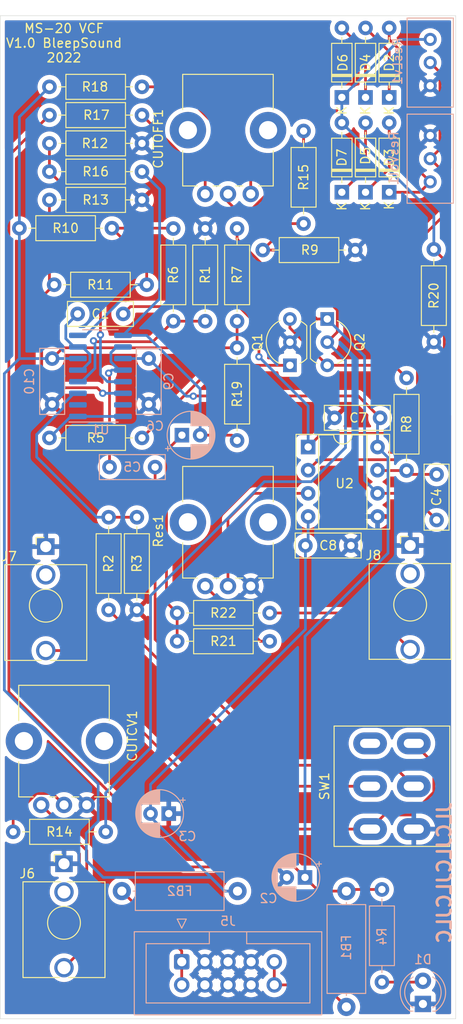
<source format=kicad_pcb>
(kicad_pcb (version 20211014) (generator pcbnew)
  (layers (0 "F.Cu" signal) (31 "B.Cu" signal) (34 "B.Paste" user) (35 "F.Paste" user) (36 "B.SilkS" user "B.Silkscreen") (37 "F.SilkS" user "F.Silkscreen") (38 "B.Mask" user) (39 "F.Mask" user) (44 "Edge.Cuts" user))
  (net 0 "")
  (net 1 "GND")
  (net 2 "+12V")
  (net 3 "-12V")
  (net 4 "Net-(C4-Pad1)")
  (net 5 "Net-(C5-Pad1)")
  (net 6 "Net-(C6-Pad2)")
  (net 7 "Net-(D3-Pad2)")
  (net 8 "Net-(R10-Pad2)")
  (net 9 "Net-(C1-Pad2)")
  (net 10 "Net-(C1-Pad1)")
  (net 11 "Net-(C4-Pad2)")
  (net 12 "/HPass")
  (net 13 "/Out1")
  (net 14 "Net-(CUTCV1-Pad2)")
  (net 15 "/CVIn")
  (net 16 "Net-(CUTOFF1-Pad1)")
  (net 17 "Net-(CUTOFF1-Pad2)")
  (net 18 "Net-(CUTOFF1-Pad3)")
  (net 19 "Net-(D1-Pad2)")
  (net 20 "Net-(D2-Pad2)")
  (net 21 "Net-(D2-Pad1)")
  (net 22 "Net-(D4-Pad1)")
  (net 23 "Net-(D5-Pad2)")
  (net 24 "Net-(D6-Pad1)")
  (net 25 "Net-(FB1-Pad2)")
  (net 26 "Net-(FB2-Pad2)")
  (net 27 "/LPass")
  (net 28 "/Cutoff")
  (net 29 "/ResOut")
  (net 30 "/FilterIn")
  (net 31 "/JackOut")
  (net 32 "Net-(Q1-Pad1)")
  (net 33 "Net-(Q1-Pad3)")
  (net 34 "Net-(R1-Pad2)")
  (net 35 "Net-(R2-Pad2)")
  (net 36 "Net-(R5-Pad2)")
  (net 37 "Net-(R11-Pad2)")
  (net 38 "Net-(R12-Pad2)")
  (net 39 "Net-(R21-Pad1)")
  (footprint "Capacitor_THT:C_Disc_D7.0mm_W2.5mm_P5.00mm" (layer "F.Cu") (at 82.9 86.8 -90)
    (fp_text reference "C4" (at 2.5 0 90) (layer "F.SilkS"))
    (fp_text value "1nF")
    (pad "1" thru_hole circle (at 0 0 270) (size 1.6 1.6) (drill 0.8) (layers *.Cu *.Mask) (net 4 "Net-(C4-Pad1)"))
    (pad "2" thru_hole circle (at 5 0 270) (size 1.6 1.6) (drill 0.8) (layers *.Cu *.Mask) (net 11 "Net-(C4-Pad2)"))
  )
  (footprint "Synth:Pot-bourns-alpha" (layer "F.Cu") (at 44.5 123.05 90)
    (fp_text reference "CUTCV1" (at 7.55 5 90) (layer "F.SilkS"))
    (fp_text value "100k")
    (pad "" np_thru_hole circle (at 7 1.9 90) (size 4 4) (drill 2) (layers *.Cu *.Mask))
    (pad "" np_thru_hole circle (at 7 -6.9 90) (size 4 4) (drill 2) (layers *.Cu *.Mask))
    (pad "1" thru_hole circle (at 0 0 90) (size 1.8 1.8) (drill 1) (layers *.Cu *.Mask) (net 1 "GND"))
    (pad "2" thru_hole circle (at 0 -2.5 90) (size 1.8 1.8) (drill 1) (layers *.Cu *.Mask) (net 14 "Net-(CUTCV1-Pad2)"))
    (pad "3" thru_hole circle (at 0 -5 90) (size 1.8 1.8) (drill 1) (layers *.Cu *.Mask) (net 15 "/CVIn"))
  )
  (footprint "Synth:Pot-bourns-alpha" (layer "F.Cu") (at 62.5 56.05 90)
    (fp_text reference "CUTOFF1" (at 6.05 -10.15 90) (layer "F.SilkS"))
    (fp_text value "100k")
    (pad "" np_thru_hole circle (at 7 -6.9 90) (size 4 4) (drill 2) (layers *.Cu *.Mask))
    (pad "" np_thru_hole circle (at 7 1.9 90) (size 4 4) (drill 2) (layers *.Cu *.Mask))
    (pad "1" thru_hole circle (at 0 0 90) (size 1.8 1.8) (drill 1) (layers *.Cu *.Mask) (net 16 "Net-(CUTOFF1-Pad1)"))
    (pad "2" thru_hole circle (at 0 -2.5 90) (size 1.8 1.8) (drill 1) (layers *.Cu *.Mask) (net 17 "Net-(CUTOFF1-Pad2)"))
    (pad "3" thru_hole circle (at 0 -5 90) (size 1.8 1.8) (drill 1) (layers *.Cu *.Mask) (net 18 "Net-(CUTOFF1-Pad3)"))
  )
  (footprint "Diode_THT:D_DO-35_SOD27_P7.62mm_Horizontal" (layer "F.Cu") (at 77.7 45.46 90)
    (fp_text reference "D2" (at 3.81 0 90) (layer "F.SilkS"))
    (fp_text value "1N4148")
    (fp_text user "K" (at -1.44 0 90) (layer "F.SilkS"))
    (pad "1" thru_hole rect (at 0 0 90) (size 1.6 1.6) (drill 0.8) (layers *.Cu *.Mask) (net 21 "Net-(D2-Pad1)"))
    (pad "2" thru_hole oval (at 7.62 0 90) (size 1.6 1.6) (drill 0.8) (layers *.Cu *.Mask) (net 20 "Net-(D2-Pad2)"))
  )
  (footprint "Diode_THT:D_DO-35_SOD27_P7.62mm_Horizontal" (layer "F.Cu") (at 77.7 55.86 90)
    (fp_text reference "D3" (at 3.81 0 90) (layer "F.SilkS"))
    (fp_text value "1N4148")
    (fp_text user "K" (at -1.44 0 90) (layer "F.SilkS"))
    (pad "1" thru_hole rect (at 0 0 90) (size 1.6 1.6) (drill 0.8) (layers *.Cu *.Mask) (net 20 "Net-(D2-Pad2)"))
    (pad "2" thru_hole oval (at 7.62 0 90) (size 1.6 1.6) (drill 0.8) (layers *.Cu *.Mask) (net 7 "Net-(D3-Pad2)"))
  )
  (footprint "Diode_THT:D_DO-35_SOD27_P7.62mm_Horizontal" (layer "F.Cu") (at 75.1 45.46 90)
    (fp_text reference "D4" (at 3.81 0 90) (layer "F.SilkS"))
    (fp_text value "1N4148")
    (fp_text user "K" (at -1.44 0 90) (layer "F.SilkS"))
    (pad "1" thru_hole rect (at 0 0 90) (size 1.6 1.6) (drill 0.8) (layers *.Cu *.Mask) (net 22 "Net-(D4-Pad1)"))
    (pad "2" thru_hole oval (at 7.62 0 90) (size 1.6 1.6) (drill 0.8) (layers *.Cu *.Mask) (net 21 "Net-(D2-Pad1)"))
  )
  (footprint "Diode_THT:D_DO-35_SOD27_P7.62mm_Horizontal" (layer "F.Cu") (at 75.1 55.86 90)
    (fp_text reference "D5" (at 4 0 90) (layer "F.SilkS"))
    (fp_text value "1N4148")
    (fp_text user "K" (at -1.54 0 90) (layer "F.SilkS"))
    (pad "1" thru_hole rect (at 0 0 90) (size 1.6 1.6) (drill 0.8) (layers *.Cu *.Mask) (net 7 "Net-(D3-Pad2)"))
    (pad "2" thru_hole oval (at 7.62 0 90) (size 1.6 1.6) (drill 0.8) (layers *.Cu *.Mask) (net 23 "Net-(D5-Pad2)"))
  )
  (footprint "Diode_THT:D_DO-35_SOD27_P7.62mm_Horizontal" (layer "F.Cu") (at 72.5 45.46 90)
    (fp_text reference "D6" (at 3.81 0.1 90) (layer "F.SilkS"))
    (fp_text value "1N4148")
    (fp_text user "K" (at -1.44 0 90) (layer "F.SilkS"))
    (pad "1" thru_hole rect (at 0 0 90) (size 1.6 1.6) (drill 0.8) (layers *.Cu *.Mask) (net 24 "Net-(D6-Pad1)"))
    (pad "2" thru_hole oval (at 7.62 0 90) (size 1.6 1.6) (drill 0.8) (layers *.Cu *.Mask) (net 22 "Net-(D4-Pad1)"))
  )
  (footprint "Diode_THT:D_DO-35_SOD27_P7.62mm_Horizontal" (layer "F.Cu") (at 72.5 55.86 90)
    (fp_text reference "D7" (at 3.81 0 90) (layer "F.SilkS"))
    (fp_text value "1N4148")
    (fp_text user "K" (at -1.54 0 90) (layer "F.SilkS"))
    (pad "1" thru_hole rect (at 0 0 90) (size 1.6 1.6) (drill 0.8) (layers *.Cu *.Mask) (net 23 "Net-(D5-Pad2)"))
    (pad "2" thru_hole oval (at 7.62 0 90) (size 1.6 1.6) (drill 0.8) (layers *.Cu *.Mask) (net 24 "Net-(D6-Pad1)"))
  )
  (footprint "Synth:Thonkiconn" (layer "F.Cu") (at 42 129.5)
    (fp_text reference "J6" (at -4.03 1.08 180) (layer "F.SilkS"))
    (fp_text value "FilterCV1")
    (pad "S" thru_hole rect (at 0 0 180) (size 1.93 1.83) (drill 1.22) (layers *.Cu *.Mask) (net 1 "GND"))
    (pad "T" thru_hole circle (at 0 11.4 180) (size 2.13 2.13) (drill 1.43) (layers *.Cu *.Mask) (net 15 "/CVIn"))
    (pad "TN" thru_hole circle (at 0 3.1 180) (size 2.13 2.13) (drill 1.42) (layers *.Cu *.Mask))
  )
  (footprint "Synth:Thonkiconn" (layer "F.Cu") (at 40 94.72)
    (fp_text reference "J7" (at -4.03 1.08 180) (layer "F.SilkS"))
    (fp_text value "FilterIn1")
    (pad "S" thru_hole rect (at 0 0 180) (size 1.93 1.83) (drill 1.22) (layers *.Cu *.Mask) (net 1 "GND"))
    (pad "T" thru_hole circle (at 0 11.4 180) (size 2.13 2.13) (drill 1.43) (layers *.Cu *.Mask) (net 30 "/FilterIn"))
    (pad "TN" thru_hole circle (at 0 3.1 180) (size 2.13 2.13) (drill 1.42) (layers *.Cu *.Mask))
  )
  (footprint "Synth:Thonkiconn" (layer "F.Cu") (at 80 94.6)
    (fp_text reference "J8" (at -4.03 1.08 180) (layer "F.SilkS"))
    (fp_text value "FilterOut1")
    (pad "S" thru_hole rect (at 0 0 180) (size 1.93 1.83) (drill 1.22) (layers *.Cu *.Mask) (net 1 "GND"))
    (pad "T" thru_hole circle (at 0 11.4 180) (size 2.13 2.13) (drill 1.43) (layers *.Cu *.Mask) (net 31 "/JackOut"))
    (pad "TN" thru_hole circle (at 0 3.1 180) (size 2.13 2.13) (drill 1.42) (layers *.Cu *.Mask))
  )
  (footprint "Package_TO_SOT_THT:TO-92_Inline_Wide" (layer "F.Cu") (at 66.8 74.84 90)
    (fp_text reference "Q1" (at 2.54 -3.56 90) (layer "F.SilkS"))
    (fp_text value "BC559")
    (pad "1" thru_hole rect (at 0 0 90) (size 1.5 1.5) (drill 0.8) (layers *.Cu *.Mask) (net 32 "Net-(Q1-Pad1)"))
    (pad "2" thru_hole circle (at 2.54 0 90) (size 1.5 1.5) (drill 0.8) (layers *.Cu *.Mask) (net 1 "GND"))
    (pad "3" thru_hole circle (at 5.08 0 90) (size 1.5 1.5) (drill 0.8) (layers *.Cu *.Mask) (net 33 "Net-(Q1-Pad3)"))
  )
  (footprint "Package_TO_SOT_THT:TO-92_Inline_Wide" (layer "F.Cu") (at 70.9 69.76 -90)
    (fp_text reference "Q2" (at 2.54 -3.56 -90) (layer "F.SilkS"))
    (fp_text value "BC559")
    (pad "1" thru_hole rect (at 0 0 270) (size 1.5 1.5) (drill 0.8) (layers *.Cu *.Mask) (net 11 "Net-(C4-Pad2)"))
    (pad "2" thru_hole circle (at 2.54 0 270) (size 1.5 1.5) (drill 0.8) (layers *.Cu *.Mask) (net 28 "/Cutoff"))
    (pad "3" thru_hole circle (at 5.08 0 270) (size 1.5 1.5) (drill 0.8) (layers *.Cu *.Mask) (net 33 "Net-(Q1-Pad3)"))
  )
  (footprint "Resistor_THT:R_Axial_DIN0207_L6.3mm_D2.5mm_P10.16mm_Horizontal" (layer "F.Cu") (at 57.5 59.84 -90)
    (fp_text reference "R1" (at 5.08 0 90) (layer "F.SilkS"))
    (fp_text value "470")
    (pad "1" thru_hole circle (at 0 0 270) (size 1.6 1.6) (drill 0.8) (layers *.Cu *.Mask) (net 1 "GND"))
    (pad "2" thru_hole oval (at 10.16 0 270) (size 1.6 1.6) (drill 0.8) (layers *.Cu *.Mask) (net 34 "Net-(R1-Pad2)"))
  )
  (footprint "Resistor_THT:R_Axial_DIN0207_L6.3mm_D2.5mm_P10.16mm_Horizontal" (layer "F.Cu") (at 50 101.66 90)
    (fp_text reference "R3" (at 5.08 0 90) (layer "F.SilkS"))
    (fp_text value "470")
    (pad "1" thru_hole circle (at 0 0 90) (size 1.6 1.6) (drill 0.8) (layers *.Cu *.Mask) (net 1 "GND"))
    (pad "2" thru_hole oval (at 10.16 0 90) (size 1.6 1.6) (drill 0.8) (layers *.Cu *.Mask) (net 35 "Net-(R2-Pad2)"))
  )
  (footprint "Resistor_THT:R_Axial_DIN0207_L6.3mm_D2.5mm_P10.16mm_Horizontal" (layer "F.Cu") (at 50.56 82.8 180)
    (fp_text reference "R5" (at 5.08 0) (layer "F.SilkS"))
    (fp_text value "2.2k")
    (pad "1" thru_hole circle (at 0 0 180) (size 1.6 1.6) (drill 0.8) (layers *.Cu *.Mask) (net 32 "Net-(Q1-Pad1)"))
    (pad "2" thru_hole oval (at 10.16 0 180) (size 1.6 1.6) (drill 0.8) (layers *.Cu *.Mask) (net 36 "Net-(R5-Pad2)"))
  )
  (footprint "Resistor_THT:R_Axial_DIN0207_L6.3mm_D2.5mm_P10.16mm_Horizontal" (layer "F.Cu") (at 54 70 90)
    (fp_text reference "R6" (at 5.08 0 90) (layer "F.SilkS"))
    (fp_text value "100k")
    (pad "1" thru_hole circle (at 0 0 90) (size 1.6 1.6) (drill 0.8) (layers *.Cu *.Mask) (net 34 "Net-(R1-Pad2)"))
    (pad "2" thru_hole oval (at 10.16 0 90) (size 1.6 1.6) (drill 0.8) (layers *.Cu *.Mask) (net 8 "Net-(R10-Pad2)"))
  )
  (footprint "Resistor_THT:R_Axial_DIN0207_L6.3mm_D2.5mm_P10.16mm_Horizontal" (layer "F.Cu") (at 61 70 90)
    (fp_text reference "R7" (at 5.08 0 90) (layer "F.SilkS"))
    (fp_text value "100k")
    (pad "1" thru_hole circle (at 0 0 90) (size 1.6 1.6) (drill 0.8) (layers *.Cu *.Mask) (net 3 "-12V"))
    (pad "2" thru_hole oval (at 10.16 0 90) (size 1.6 1.6) (drill 0.8) (layers *.Cu *.Mask) (net 11 "Net-(C4-Pad2)"))
  )
  (footprint "Resistor_THT:R_Axial_DIN0207_L6.3mm_D2.5mm_P10.16mm_Horizontal" (layer "F.Cu") (at 73.98 62.2 180)
    (fp_text reference "R9" (at 5 0) (layer "F.SilkS"))
    (fp_text value "2.2k")
    (pad "1" thru_hole circle (at 0 0 180) (size 1.6 1.6) (drill 0.8) (layers *.Cu *.Mask) (net 1 "GND"))
    (pad "2" thru_hole oval (at 10.16 0 180) (size 1.6 1.6) (drill 0.8) (layers *.Cu *.Mask) (net 28 "/Cutoff"))
  )
  (footprint "Resistor_THT:R_Axial_DIN0207_L6.3mm_D2.5mm_P10.16mm_Horizontal" (layer "F.Cu") (at 51.08 66 180)
    (fp_text reference "R11" (at 5.08 0) (layer "F.SilkS"))
    (fp_text value "100k")
    (pad "1" thru_hole circle (at 0 0 180) (size 1.6 1.6) (drill 0.8) (layers *.Cu *.Mask) (net 8 "Net-(R10-Pad2)"))
    (pad "2" thru_hole oval (at 10.16 0 180) (size 1.6 1.6) (drill 0.8) (layers *.Cu *.Mask) (net 37 "Net-(R11-Pad2)"))
  )
  (footprint "Resistor_THT:R_Axial_DIN0207_L6.3mm_D2.5mm_P10.16mm_Horizontal" (layer "F.Cu") (at 50.56 50.5 180)
    (fp_text reference "R12" (at 5.16 0) (layer "F.SilkS"))
    (fp_text value "470")
    (pad "1" thru_hole circle (at 0 0 180) (size 1.6 1.6) (drill 0.8) (layers *.Cu *.Mask) (net 1 "GND"))
    (pad "2" thru_hole oval (at 10.16 0 180) (size 1.6 1.6) (drill 0.8) (layers *.Cu *.Mask) (net 38 "Net-(R12-Pad2)"))
  )
  (footprint "Resistor_THT:R_Axial_DIN0207_L6.3mm_D2.5mm_P10.16mm_Horizontal" (layer "F.Cu") (at 50.56 56.7 180)
    (fp_text reference "R13" (at 5.08 0) (layer "F.SilkS"))
    (fp_text value "470")
    (pad "1" thru_hole circle (at 0 0 180) (size 1.6 1.6) (drill 0.8) (layers *.Cu *.Mask) (net 1 "GND"))
    (pad "2" thru_hole oval (at 10.16 0 180) (size 1.6 1.6) (drill 0.8) (layers *.Cu *.Mask) (net 37 "Net-(R11-Pad2)"))
  )
  (footprint "Resistor_THT:R_Axial_DIN0207_L6.3mm_D2.5mm_P10.16mm_Horizontal" (layer "F.Cu") (at 46.58 126 180)
    (fp_text reference "R14" (at 5.08 0) (layer "F.SilkS"))
    (fp_text value "82k")
    (pad "1" thru_hole circle (at 0 0 180) (size 1.6 1.6) (drill 0.8) (layers *.Cu *.Mask) (net 28 "/Cutoff"))
    (pad "2" thru_hole oval (at 10.16 0 180) (size 1.6 1.6) (drill 0.8) (layers *.Cu *.Mask) (net 14 "Net-(CUTCV1-Pad2)"))
  )
  (footprint "Resistor_THT:R_Axial_DIN0207_L6.3mm_D2.5mm_P10.16mm_Horizontal" (layer "F.Cu") (at 68.3 59.3 90)
    (fp_text reference "R15" (at 5.08 0 90) (layer "F.SilkS"))
    (fp_text value "100k")
    (pad "1" thru_hole circle (at 0 0 90) (size 1.6 1.6) (drill 0.8) (layers *.Cu *.Mask) (net 28 "/Cutoff"))
    (pad "2" thru_hole oval (at 10.16 0 90) (size 1.6 1.6) (drill 0.8) (layers *.Cu *.Mask) (net 17 "Net-(CUTOFF1-Pad2)"))
  )
  (footprint "Resistor_THT:R_Axial_DIN0207_L6.3mm_D2.5mm_P10.16mm_Horizontal" (layer "F.Cu") (at 40.4 53.6)
    (fp_text reference "R16" (at 5.08 0) (layer "F.SilkS"))
    (fp_text value "100k")
    (pad "1" thru_hole circle (at 0 0) (size 1.6 1.6) (drill 0.8) (layers *.Cu *.Mask) (net 38 "Net-(R12-Pad2)"))
    (pad "2" thru_hole oval (at 10.16 0) (size 1.6 1.6) (drill 0.8) (layers *.Cu *.Mask) (net 6 "Net-(C6-Pad2)"))
  )
  (footprint "Resistor_THT:R_Axial_DIN0207_L6.3mm_D2.5mm_P10.16mm_Horizontal" (layer "F.Cu") (at 50.56 47.4 180)
    (fp_text reference "R17" (at 5 0) (layer "F.SilkS"))
    (fp_text value "33k")
    (pad "1" thru_hole circle (at 0 0 180) (size 1.6 1.6) (drill 0.8) (layers *.Cu *.Mask) (net 18 "Net-(CUTOFF1-Pad3)"))
    (pad "2" thru_hole oval (at 10.16 0 180) (size 1.6 1.6) (drill 0.8) (layers *.Cu *.Mask) (net 2 "+12V"))
  )
  (footprint "Resistor_THT:R_Axial_DIN0207_L6.3mm_D2.5mm_P10.16mm_Horizontal" (layer "F.Cu") (at 40.4 44.3)
    (fp_text reference "R18" (at 5 0) (layer "F.SilkS"))
    (fp_text value "56k")
    (pad "1" thru_hole circle (at 0 0) (size 1.6 1.6) (drill 0.8) (layers *.Cu *.Mask) (net 3 "-12V"))
    (pad "2" thru_hole oval (at 10.16 0) (size 1.6 1.6) (drill 0.8) (layers *.Cu *.Mask) (net 16 "Net-(CUTOFF1-Pad1)"))
  )
  (footprint "Resistor_THT:R_Axial_DIN0207_L6.3mm_D2.5mm_P10.16mm_Horizontal" (layer "F.Cu") (at 82.6 72.28 90)
    (fp_text reference "R20" (at 5.08 0 90) (layer "F.SilkS"))
    (fp_text value "2.2k")
    (pad "1" thru_hole circle (at 0 0 90) (size 1.6 1.6) (drill 0.8) (layers *.Cu *.Mask) (net 1 "GND"))
    (pad "2" thru_hole oval (at 10.16 0 90) (size 1.6 1.6) (drill 0.8) (layers *.Cu *.Mask) (net 24 "Net-(D6-Pad1)"))
  )
  (footprint "Resistor_THT:R_Axial_DIN0207_L6.3mm_D2.5mm_P10.16mm_Horizontal" (layer "F.Cu") (at 64.58 105.1 180)
    (fp_text reference "R21" (at 5.08 0) (layer "F.SilkS"))
    (fp_text value "1k")
    (pad "1" thru_hole circle (at 0 0 180) (size 1.6 1.6) (drill 0.8) (layers *.Cu *.Mask) (net 39 "Net-(R21-Pad1)"))
    (pad "2" thru_hole oval (at 10.16 0 180) (size 1.6 1.6) (drill 0.8) (layers *.Cu *.Mask) (net 13 "/Out1"))
  )
  (footprint "Resistor_THT:R_Axial_DIN0207_L6.3mm_D2.5mm_P10.16mm_Horizontal" (layer "F.Cu") (at 64.58 102 180)
    (fp_text reference "R22" (at 5.08 0) (layer "F.SilkS"))
    (fp_text value "1k")
    (pad "1" thru_hole circle (at 0 0 180) (size 1.6 1.6) (drill 0.8) (layers *.Cu *.Mask) (net 31 "/JackOut"))
    (pad "2" thru_hole oval (at 10.16 0 180) (size 1.6 1.6) (drill 0.8) (layers *.Cu *.Mask) (net 13 "/Out1"))
  )
  (footprint "Synth:Pot-bourns-alpha" (layer "F.Cu") (at 62.5 99.05 90)
    (fp_text reference "Res1" (at 6.05 -10.15 90) (layer "F.SilkS"))
    (fp_text value "100k")
    (pad "" np_thru_hole circle (at 7 1.9 90) (size 4 4) (drill 2) (layers *.Cu *.Mask))
    (pad "" np_thru_hole circle (at 7 -6.9 90) (size 4 4) (drill 2) (layers *.Cu *.Mask))
    (pad "1" thru_hole circle (at 0 0 90) (size 1.8 1.8) (drill 1) (layers *.Cu *.Mask) (net 1 "GND"))
    (pad "2" thru_hole circle (at 0 -2.5 90) (size 1.8 1.8) (drill 1) (layers *.Cu *.Mask) (net 29 "/ResOut"))
    (pad "3" thru_hole circle (at 0 -5 90) (size 1.8 1.8) (drill 1) (layers *.Cu *.Mask) (net 39 "Net-(R21-Pad1)"))
  )
  (footprint "Synth:SW_DPDT_Toggle" (layer "F.Cu") (at 78 121 90)
    (fp_text reference "SW1" (at 0 -7.4 90) (layer "F.SilkS"))
    (fp_text value "Hpass/Lpass Switch")
    (pad "1" thru_hole oval (at 4.7 -2.4 180) (size 3.7 2.4) (drill oval 2.2 1) (layers *.Cu *.Mask))
    (pad "2" thru_hole oval (at 0 -2.4 180) (size 3.7 2.4) (drill oval 2.2 1) (layers *.Cu *.Mask) (net 27 "/LPass"))
    (pad "3" thru_hole oval (at -4.7 -2.4 180) (size 3.7 2.4) (drill oval 2.2 1) (layers *.Cu *.Mask) (net 30 "/FilterIn"))
    (pad "4" thru_hole oval (at 4.7 2.4 180) (size 3.7 2.4) (drill oval 2.2 1) (layers *.Cu *.Mask) (net 30 "/FilterIn"))
    (pad "5" thru_hole oval (at 0 2.4 180) (size 3.7 2.4) (drill oval 2.2 1) (layers *.Cu *.Mask) (net 12 "/HPass"))
    (pad "6" thru_hole oval (at -4.7 2.4 180) (size 3.7 2.4) (drill oval 2.2 1) (layers *.Cu *.Mask) (net 1 "GND"))
  )
  (footprint "Resistor_THT:R_Axial_DIN0207_L6.3mm_D2.5mm_P10.16mm_Horizontal" (layer "F.Cu") (at 79.6 76.22 -90)
    (fp_text reference "R8" (at 5.08 0 90) (layer "F.SilkS"))
    (fp_text value "1k")
    (pad "1" thru_hole circle (at 0 0 270) (size 1.6 1.6) (drill 0.8) (layers *.Cu *.Mask) (net 33 "Net-(Q1-Pad3)"))
    (pad "2" thru_hole oval (at 10.16 0 270) (size 1.6 1.6) (drill 0.8) (layers *.Cu *.Mask) (net 4 "Net-(C4-Pad1)"))
  )
  (footprint "Package_DIP:DIP-8_W7.62mm_Socket" (layer "F.Cu") (at 68.8 83.8)
    (fp_text reference "U2" (at 4 4) (layer "F.SilkS"))
    (fp_text value "TL072")
    (pad "1" thru_hole rect (at 0 0) (size 1.6 1.6) (drill 0.8) (layers *.Cu *.Mask) (net 9 "Net-(C1-Pad2)"))
    (pad "2" thru_hole oval (at 0 2.54) (size 1.6 1.6) (drill 0.8) (layers *.Cu *.Mask) (net 24 "Net-(D6-Pad1)"))
    (pad "3" thru_hole oval (at 0 5.08) (size 1.6 1.6) (drill 0.8) (layers *.Cu *.Mask) (net 29 "/ResOut"))
    (pad "4" thru_hole oval (at 0 7.62) (size 1.6 1.6) (drill 0.8) (layers *.Cu *.Mask) (net 3 "-12V"))
    (pad "5" thru_hole oval (at 7.62 7.62) (size 1.6 1.6) (drill 0.8) (layers *.Cu *.Mask) (net 1 "GND"))
    (pad "6" thru_hole oval (at 7.62 5.08) (size 1.6 1.6) (drill 0.8) (layers *.Cu *.Mask) (net 11 "Net-(C4-Pad2)"))
    (pad "7" thru_hole oval (at 7.62 2.54) (size 1.6 1.6) (drill 0.8) (layers *.Cu *.Mask) (net 4 "Net-(C4-Pad1)"))
    (pad "8" thru_hole oval (at 7.62 0) (size 1.6 1.6) (drill 0.8) (layers *.Cu *.Mask) (net 2 "+12V"))
  )
  (footprint "Capacitor_THT:C_Disc_D7.0mm_W2.5mm_P5.00mm" (layer "F.Cu") (at 43.5 69.2)
    (fp_text reference "C1" (at 2.5 0) (layer "F.SilkS"))
    (fp_text value "1nF")
    (pad "1" thru_hole circle (at 0 0) (size 1.6 1.6) (drill 0.8) (layers *.Cu *.Mask) (net 10 "Net-(C1-Pad1)"))
    (pad "2" thru_hole circle (at 5 0) (size 1.6 1.6) (drill 0.8) (layers *.Cu *.Mask) (net 9 "Net-(C1-Pad2)"))
  )
  (footprint "Resistor_THT:R_Axial_DIN0207_L6.3mm_D2.5mm_P10.16mm_Horizontal" (layer "F.Cu") (at 46.9 101.66 90)
    (fp_text reference "R2" (at 5.08 0 90) (layer "F.SilkS"))
    (fp_text value "100k")
    (pad "1" thru_hole circle (at 0 0 90) (size 1.6 1.6) (drill 0.8) (layers *.Cu *.Mask) (net 27 "/LPass"))
    (pad "2" thru_hole oval (at 10.16 0 90) (size 1.6 1.6) (drill 0.8) (layers *.Cu *.Mask) (net 35 "Net-(R2-Pad2)"))
  )
  (footprint "Resistor_THT:R_Axial_DIN0207_L6.3mm_D2.5mm_P10.16mm_Horizontal" (layer "F.Cu") (at 37.1 59.8)
    (fp_text reference "R10" (at 5.08 0) (layer "F.SilkS"))
    (fp_text value "1.8k")
    (pad "1" thru_hole circle (at 0 0) (size 1.6 1.6) (drill 0.8) (layers *.Cu *.Mask) (net 3 "-12V"))
    (pad "2" thru_hole oval (at 10.16 0) (size 1.6 1.6) (drill 0.8) (layers *.Cu *.Mask) (net 8 "Net-(R10-Pad2)"))
  )
  (footprint "Resistor_THT:R_Axial_DIN0207_L6.3mm_D2.5mm_P10.16mm_Horizontal" (layer "F.Cu") (at 61 72.92 -90)
    (fp_text reference "R19" (at 5.08 0 -270) (layer "F.SilkS"))
    (fp_text value "1.8k")
    (pad "1" thru_hole circle (at 0 0 270) (size 1.6 1.6) (drill 0.8) (layers *.Cu *.Mask) (net 3 "-12V"))
    (pad "2" thru_hole oval (at 10.16 0 270) (size 1.6 1.6) (drill 0.8) (layers *.Cu *.Mask) (net 6 "Net-(C6-Pad2)"))
  )
  (footprint "Capacitor_THT:C_Disc_D7.0mm_W2.5mm_P5.00mm" (layer "F.Cu") (at 76.7 80.6 180)
    (fp_text reference "C7" (at 2.4 0) (layer "F.SilkS"))
    (fp_text value "100nF")
    (pad "1" thru_hole circle (at 0 0 180) (size 1.6 1.6) (drill 0.8) (layers *.Cu *.Mask) (net 2 "+12V"))
    (pad "2" thru_hole circle (at 5 0 180) (size 1.6 1.6) (drill 0.8) (layers *.Cu *.Mask) (net 1 "GND"))
  )
  (footprint "Capacitor_THT:C_Disc_D7.0mm_W2.5mm_P5.00mm" (layer "F.Cu") (at 73.5 94.6 180)
    (fp_text reference "C8" (at 2.5 0) (layer "F.SilkS"))
    (fp_text value "100nF")
    (pad "1" thru_hole circle (at 0 0 180) (size 1.6 1.6) (drill 0.8) (layers *.Cu *.Mask) (net 1 "GND"))
    (pad "2" thru_hole circle (at 5 0 180) (size 1.6 1.6) (drill 0.8) (layers *.Cu *.Mask) (net 3 "-12V"))
  )
  (footprint "Capacitor_THT:CP_Radial_D5.0mm_P2.00mm" (layer "B.Cu") (at 68.455112 131 180)
    (fp_text reference "C2" (at 4.005112 -2.3) (layer "B.SilkS") (effects (justify mirror)))
    (fp_text value "10µ")
    (pad "1" thru_hole rect (at 0 0 180) (size 1.6 1.6) (drill 0.8) (layers *.Cu *.Mask) (net 2 "+12V"))
    (pad "2" thru_hole circle (at 2 0 180) (size 1.6 1.6) (drill 0.8) (layers *.Cu *.Mask) (net 1 "GND"))
  )
  (footprint "Capacitor_THT:CP_Radial_D5.0mm_P2.00mm" (layer "B.Cu") (at 53.5 124 180)
    (fp_text reference "C3" (at -2.044887 -2.5) (layer "B.SilkS") (effects (justify mirror)))
    (fp_text value "10µ")
    (pad "1" thru_hole rect (at 0 0 180) (size 1.6 1.6) (drill 0.8) (layers *.Cu *.Mask) (net 1 "GND"))
    (pad "2" thru_hole circle (at 2 0 180) (size 1.6 1.6) (drill 0.8) (layers *.Cu *.Mask) (net 3 "-12V"))
  )
  (footprint "Capacitor_THT:CP_Radial_D5.0mm_P2.00mm" (layer "B.Cu") (at 54.944888 82.5)
    (fp_text reference "C6" (at -2.944888 -1) (layer "B.SilkS") (effects (justify mirror)))
    (fp_text value "10µF")
    (pad "1" thru_hole rect (at 0 0) (size 1.6 1.6) (drill 0.8) (layers *.Cu *.Mask) (net 13 "/Out1"))
    (pad "2" thru_hole circle (at 2 0) (size 1.6 1.6) (drill 0.8) (layers *.Cu *.Mask) (net 6 "Net-(C6-Pad2)"))
  )
  (footprint "LED_THT:LED_D4.0mm" (layer "B.Cu") (at 81.4 144.875 90)
    (fp_text reference "D1" (at 4.875 0 180) (layer "B.SilkS") (effects (justify mirror)))
    (fp_text value "LED-12V")
    (pad "1" thru_hole rect (at 0 0 90) (size 1.8 1.8) (drill 0.9) (layers *.Cu *.Mask) (net 1 "GND"))
    (pad "2" thru_hole circle (at 2.54 0 90) (size 1.8 1.8) (drill 0.9) (layers *.Cu *.Mask) (net 19 "Net-(D1-Pad2)"))
  )
  (footprint "Inductor_THT:L_Axial_L9.5mm_D4.0mm_P12.70mm_Horizontal_Fastron_SMCC" (layer "B.Cu") (at 61.05 132.5 180)
    (fp_text reference "FB2" (at 6.35 0) (layer "B.SilkS") (effects (justify mirror)))
    (fp_text value "10R")
    (pad "1" thru_hole circle (at 0 0 180) (size 2 2) (drill 1) (layers *.Cu *.Mask) (net 3 "-12V"))
    (pad "2" thru_hole oval (at 12.7 0 180) (size 2 2) (drill 1) (layers *.Cu *.Mask) (net 26 "Net-(FB2-Pad2)"))
  )
  (footprint "Connector_IDC:IDC-Header_2x05_P2.54mm_Vertical" (layer "B.Cu") (at 54.925 140.2475 -90)
    (fp_text reference "J5" (at -4.4475 -5.075 180) (layer "B.SilkS") (effects (justify mirror)))
    (fp_text value "Power Input")
    (pad "1" thru_hole roundrect (at 0 0 270) (size 1.7 1.7) (drill 1) (layers *.Cu *.Mask) (roundrect_rratio 0.1470588235) (net 26 "Net-(FB2-Pad2)"))
    (pad "2" thru_hole circle (at 2.54 0 270) (size 1.7 1.7) (drill 1) (layers *.Cu *.Mask) (net 26 "Net-(FB2-Pad2)"))
    (pad "3" thru_hole circle (at 0 -2.54 270) (size 1.7 1.7) (drill 1) (layers *.Cu *.Mask) (net 1 "GND"))
    (pad "4" thru_hole circle (at 2.54 -2.54 270) (size 1.7 1.7) (drill 1) (layers *.Cu *.Mask) (net 1 "GND"))
    (pad "5" thru_hole circle (at 0 -5.08 270) (size 1.7 1.7) (drill 1) (layers *.Cu *.Mask) (net 1 "GND"))
    (pad "6" thru_hole circle (at 2.54 -5.08 270) (size 1.7 1.7) (drill 1) (layers *.Cu *.Mask) (net 1 "GND"))
    (pad "7" thru_hole circle (at 0 -7.62 270) (size 1.7 1.7) (drill 1) (layers *.Cu *.Mask) (net 1 "GND"))
    (pad "8" thru_hole circle (at 2.54 -7.62 270) (size 1.7 1.7) (drill 1) (layers *.Cu *.Mask) (net 1 "GND"))
    (pad "9" thru_hole circle (at 0 -10.16 270) (size 1.7 1.7) (drill 1) (layers *.Cu *.Mask) (net 25 "Net-(FB1-Pad2)"))
    (pad "10" thru_hole circle (at 2.54 -10.16 270) (size 1.7 1.7) (drill 1) (layers *.Cu *.Mask) (net 25 "Net-(FB1-Pad2)"))
  )
  (footprint "Potentiometer_THT:Potentiometer_Bourns_3386C_Horizontal" (layer "B.Cu") (at 82.2 44.18)
    (fp_text reference "ResLv1" (at -3.58 -2.68 90) (layer "B.SilkS") (effects (justify mirror)))
    (fp_text value "3.3k")
    (pad "1" thru_hole circle (at 0 0) (size 1.44 1.44) (drill 0.8) (layers *.Cu *.Mask) (net 1 "GND"))
    (pad "2" thru_hole circle (at 0 -2.54) (size 1.44 1.44) (drill 0.8) (layers *.Cu *.Mask) (net 9 "Net-(C1-Pad2)"))
    (pad "3" thru_hole circle (at 0 -5.08) (size 1.44 1.44) (drill 0.8) (layers *.Cu *.Mask) (net 24 "Net-(D6-Pad1)"))
  )
  (footprint "Potentiometer_THT:Potentiometer_Bourns_3386C_Horizontal" (layer "B.Cu") (at 82.2 54.72)
    (fp_text reference "ResVol1" (at -4 -2.58 90) (layer "B.SilkS") (effects (justify mirror)))
    (fp_text value "10k")
    (pad "1" thru_hole circle (at 0 0) (size 1.44 1.44) (drill 0.8) (layers *.Cu *.Mask) (net 20 "Net-(D2-Pad2)"))
    (pad "2" thru_hole circle (at 0 -2.54) (size 1.44 1.44) (drill 0.8) (layers *.Cu *.Mask) (net 9 "Net-(C1-Pad2)"))
    (pad "3" thru_hole circle (at 0 -5.08) (size 1.44 1.44) (drill 0.8) (layers *.Cu *.Mask) (net 1 "GND"))
  )
  (footprint "Resistor_THT:R_Axial_DIN0207_L6.3mm_D2.5mm_P10.16mm_Horizontal" (layer "B.Cu") (at 76.9 132.32 -90)
    (fp_text reference "R4" (at 5.16 0 90) (layer "B.SilkS") (effects (justify mirror)))
    (fp_text value "2.2k")
    (pad "1" thru_hole circle (at 0 0 270) (size 1.6 1.6) (drill 0.8) (layers *.Cu *.Mask) (net 2 "+12V"))
    (pad "2" thru_hole oval (at 10.16 0 270) (size 1.6 1.6) (drill 0.8) (layers *.Cu *.Mask) (net 19 "Net-(D1-Pad2)"))
  )
  (footprint "Inductor_THT:L_Axial_L9.5mm_D4.0mm_P12.70mm_Horizontal_Fastron_SMCC" (layer "B.Cu") (at 73 132.5 -90)
    (fp_text reference "FB1" (at 6.2 0 90) (layer "B.SilkS") (effects (justify mirror)))
    (fp_text value "10R")
    (pad "1" thru_hole circle (at 0 0 270) (size 2 2) (drill 1) (layers *.Cu *.Mask) (net 2 "+12V"))
    (pad "2" thru_hole oval (at 12.7 0 270) (size 2 2) (drill 1) (layers *.Cu *.Mask) (net 25 "Net-(FB1-Pad2)"))
  )
  (footprint "Package_SO:SOIC-16_3.9x9.9mm_P1.27mm" (layer "B.Cu") (at 46 76)
    (fp_text reference "U1" (at 0 5.9) (layer "B.SilkS") (effects (justify mirror)))
    (fp_text value "LM13700")
    (pad "1" smd roundrect (at -2.475 4.445) (size 1.95 0.6) (layers "B.Cu" "B.Paste" "B.Mask") (net 36 "Net-(R5-Pad2)"))
    (pad "2" smd roundrect (at -2.475 3.175) (size 1.95 0.6) (layers "B.Cu" "B.Paste" "B.Mask"))
    (pad "3" smd roundrect (at -2.475 1.905) (size 1.95 0.6) (layers "B.Cu" "B.Paste" "B.Mask") (net 35 "Net-(R2-Pad2)"))
    (pad "4" smd roundrect (at -2.475 0.635) (size 1.95 0.6) (layers "B.Cu" "B.Paste" "B.Mask") (net 34 "Net-(R1-Pad2)"))
    (pad "5" smd roundrect (at -2.475 -0.635) (size 1.95 0.6) (layers "B.Cu" "B.Paste" "B.Mask") (net 10 "Net-(C1-Pad1)"))
    (pad "6" smd roundrect (at -2.475 -1.905) (size 1.95 0.6) (layers "B.Cu" "B.Paste" "B.Mask") (net 3 "-12V"))
    (pad "7" smd roundrect (at -2.475 -3.175) (size 1.95 0.6) (layers "B.Cu" "B.Paste" "B.Mask") (net 10 "Net-(C1-Pad1)"))
    (pad "8" smd roundrect (at -2.475 -4.445) (size 1.95 0.6) (layers "B.Cu" "B.Paste" "B.Mask") (net 8 "Net-(R10-Pad2)"))
    (pad "9" smd roundrect (at 2.475 -4.445) (size 1.95 0.6) (layers "B.Cu" "B.Paste" "B.Mask") (net 6 "Net-(C6-Pad2)"))
    (pad "10" smd roundrect (at 2.475 -3.175) (size 1.95 0.6) (layers "B.Cu" "B.Paste" "B.Mask") (net 5 "Net-(C5-Pad1)"))
    (pad "11" smd roundrect (at 2.475 -1.905) (size 1.95 0.6) (layers "B.Cu" "B.Paste" "B.Mask") (net 2 "+12V"))
    (pad "12" smd roundrect (at 2.475 -0.635) (size 1.95 0.6) (layers "B.Cu" "B.Paste" "B.Mask") (net 5 "Net-(C5-Pad1)"))
    (pad "13" smd roundrect (at 2.475 0.635) (size 1.95 0.6) (layers "B.Cu" "B.Paste" "B.Mask") (net 38 "Net-(R12-Pad2)"))
    (pad "14" smd roundrect (at 2.475 1.905) (size 1.95 0.6) (layers "B.Cu" "B.Paste" "B.Mask") (net 37 "Net-(R11-Pad2)"))
    (pad "15" smd roundrect (at 2.475 3.175) (size 1.95 0.6) (layers "B.Cu" "B.Paste" "B.Mask"))
    (pad "16" smd roundrect (at 2.475 4.445) (size 1.95 0.6) (layers "B.Cu" "B.Paste" "B.Mask") (net 36 "Net-(R5-Pad2)"))
  )
  (footprint "Capacitor_THT:C_Disc_D7.0mm_W2.5mm_P5.00mm" (layer "B.Cu") (at 47 86)
    (fp_text reference "C5" (at 2.5 0) (layer "B.SilkS") (effects (justify mirror)))
    (fp_text value "1nF")
    (pad "1" thru_hole circle (at 0 0) (size 1.6 1.6) (drill 0.8) (layers *.Cu *.Mask) (net 5 "Net-(C5-Pad1)"))
    (pad "2" thru_hole circle (at 5 0) (size 1.6 1.6) (drill 0.8) (layers *.Cu *.Mask) (net 12 "/HPass"))
  )
  (footprint "Capacitor_THT:C_Disc_D7.0mm_W2.5mm_P5.00mm" (layer "B.Cu") (at 51.3 74.1 -90)
    (fp_text reference "C9" (at 2.5 -2.2 90) (layer "B.SilkS") (effects (justify mirror)))
    (fp_text value "100nF")
    (pad "1" thru_hole circle (at 0 0 270) (size 1.6 1.6) (drill 0.8) (layers *.Cu *.Mask) (net 2 "+12V"))
    (pad "2" thru_hole circle (at 5 0 270) (size 1.6 1.6) (drill 0.8) (layers *.Cu *.Mask) (net 1 "GND"))
  )
  (footprint "Capacitor_THT:C_Disc_D7.0mm_W2.5mm_P5.00mm" (layer "B.Cu") (at 40.7 79.1 90)
    (fp_text reference "C10" (at 2.5 -2.5 90) (layer "B.SilkS") (effects (justify mirror)))
    (fp_text value "100nF")
    (pad "1" thru_hole circle (at 0 0 90) (size 1.6 1.6) (drill 0.8) (layers *.Cu *.Mask) (net 1 "GND"))
    (pad "2" thru_hole circle (at 5 0 90) (size 1.6 1.6) (drill 0.8) (layers *.Cu *.Mask) (net 3 "-12V"))
  )
  (gr_line (start 85 36.5) (end 85 146.5) (layer "Edge.Cuts") (width 0.05))
  (gr_line (start 35 36.5) (end 85 36.5) (layer "Edge.Cuts") (width 0.05))
  (gr_line (start 35 36.5) (end 35 146.5) (layer "Edge.Cuts") (width 0.05))
  (gr_line (start 35 146.5) (end 85 146.5) (layer "Edge.Cuts") (width 0.05))
  (gr_text "JLCJLCJLCJLC" (at 83.75 130.5 90) (layer "B.SilkS") (effects (font (size 1.5 1.5) (thickness 0.3)) (justify mirror)))
  (gr_text "MS-20 VCF\nV1.0 BleepSound\n2022" (at 42 39.5) (layer "F.SilkS") (effects (font (size 1 1))))
  (segment (start 56.219954 78.2) (end 56.195388 78.224566) (width 0.3) (layer "F.Cu") (net 2))
  (segment (start 76.9 132.32) (end 73.18 132.32) (width 0.3) (layer "F.Cu") (net 2))
  (segment (start 35.95 110.65) (end 35.95 51.85) (width 0.3) (layer "F.Cu") (net 2))
  (segment (start 69.955112 132.5) (end 68.455112 131) (width 0.3) (layer "F.Cu") (net 2))
  (segment (start 74.3 78.2) (end 56.219954 78.2) (width 0.3) (layer "F.Cu") (net 2))
  (segment (start 73 132.5) (end 69.955112 132.5) (width 0.3) (layer "F.Cu") (net 2))
  (segment (start 35.95 51.85) (end 40.4 47.4) (width 0.3) (layer "F.Cu") (net 2))
  (segment (start 73.18 132.32) (end 73 132.5) (width 0.3) (layer "F.Cu") (net 2))
  (segment (start 67.305112 129.85) (end 55.15 129.85) (width 0.3) (layer "F.Cu") (net 2))
  (segment (start 55.15 129.85) (end 35.95 110.65) (width 0.3) (layer "F.Cu") (net 2))
  (segment (start 68.455112 131) (end 67.305112 129.85) (width 0.3) (layer "F.Cu") (net 2))
  (segment (start 76.7 80.6) (end 74.3 78.2) (width 0.3) (layer "F.Cu") (net 2))
  (via (at 56.195388 78.224566) (size 0.8) (drill 0.4) (layers "F.Cu" "B.Cu") (net 2))
  (segment (start 68.455112 131) (end 68.455112 104.551994) (width 0.3) (layer "B.Cu") (net 2))
  (segment (start 77.57 84.95) (end 76.42 83.8) (width 0.3) (layer "B.Cu") (net 2))
  (segment (start 68.455112 104.551994) (end 77.57 95.437106) (width 0.3) (layer "B.Cu") (net 2))
  (segment (start 51.295 74.095) (end 51.3 74.1) (width 0.3) (layer "B.Cu") (net 2))
  (segment (start 48.475 74.095) (end 51.295 74.095) (width 0.3) (layer "B.Cu") (net 2))
  (segment (start 55.424566 78.224566) (end 51.3 74.1) (width 0.3) (layer "B.Cu") (net 2))
  (segment (start 76.42 80.88) (end 76.7 80.6) (width 0.3) (layer "B.Cu") (net 2))
  (segment (start 56.195388 78.224566) (end 55.424566 78.224566) (width 0.3) (layer "B.Cu") (net 2))
  (segment (start 77.57 95.437106) (end 77.57 84.95) (width 0.3) (layer "B.Cu") (net 2))
  (segment (start 76.42 83.8) (end 76.42 80.88) (width 0.3) (layer "B.Cu") (net 2))
  (segment (start 41.88 72.92) (end 61 72.92) (width 0.3) (layer "F.Cu") (net 3))
  (segment (start 40.7 74.1) (end 41.88 72.92) (width 0.3) (layer "F.Cu") (net 3))
  (segment (start 61 70) (end 61 72.92) (width 0.3) (layer "F.Cu") (net 3))
  (segment (start 35.45 75.75) (end 35.45 110.45) (width 0.3) (layer "B.Cu") (net 3))
  (segment (start 68.8 91.42) (end 68.8 94.3) (width 0.3) (layer "B.Cu") (net 3))
  (segment (start 37.1 59.8) (end 37.1 47.6) (width 0.3) (layer "B.Cu") (net 3))
  (segment (start 44.45 129.15) (end 46.3 131) (width 0.3) (layer "B.Cu") (net 3))
  (segment (start 45.75 120.75) (end 45.75 124.85) (width 0.3) (layer "B.Cu") (net 3))
  (segment (start 37.1 74.1) (end 40.7 74.1) (width 0.3) (layer "B.Cu") (net 3))
  (segment (start 37.1 74.1) (end 35.45 75.75) (width 0.3) (layer "B.Cu") (net 3))
  (segment (start 40.705 74.095) (end 40.7 74.1) (width 0.3) (layer "B.Cu") (net 3))
  (segment (start 68.8 94.3) (end 68.5 94.6) (width 0.3) (layer "B.Cu") (net 3))
  (segment (start 51.5 124) (end 51.5 120.8) (width 0.3) (layer "B.Cu") (net 3))
  (segment (start 61.05 132.5) (end 59.635787 132.5) (width 0.3) (layer "B.Cu") (net 3))
  (segment (start 68.5 103.8) (end 68.5 94.6) (width 0.3) (layer "B.Cu") (net 3))
  (segment (start 46.3 131) (end 58.135787 131) (width 0.3) (layer "B.Cu") (net 3))
  (segment (start 44.45 126.15) (end 44.45 129.15) (width 0.3) (layer "B.Cu") (net 3))
  (segment (start 45.75 124.85) (end 44.45 126.15) (width 0.3) (layer "B.Cu") (net 3))
  (segment (start 35.45 110.45) (end 45.75 120.75) (width 0.3) (layer "B.Cu") (net 3))
  (segment (start 58.135787 131) (end 59.635787 132.5) (width 0.3) (layer "B.Cu") (net 3))
  (segment (start 59.635787 132.5) (end 51.5 124.364213) (width 0.3) (layer "B.Cu") (net 3))
  (segment (start 37.1 47.6) (end 40.4 44.3) (width 0.3) (layer "B.Cu") (net 3))
  (segment (start 51.5 124.364213) (end 51.5 124) (width 0.3) (layer "B.Cu") (net 3))
  (segment (start 43.525 74.095) (end 40.705 74.095) (width 0.3) (layer "B.Cu") (net 3))
  (segment (start 37.1 74.1) (end 37.1 59.8) (width 0.3) (layer "B.Cu") (net 3))
  (segment (start 51.5 120.8) (end 68.5 103.8) (width 0.3) (layer "B.Cu") (net 3))
  (segment (start 79.6 86.38) (end 76.46 86.38) (width 0.3) (layer "F.Cu") (net 4))
  (segment (start 82.9 86.8) (end 80.02 86.8) (width 0.3) (layer "F.Cu") (net 4))
  (segment (start 80.02 86.8) (end 79.6 86.38) (width 0.3) (layer "F.Cu") (net 4))
  (segment (start 76.46 86.38) (end 76.42 86.34) (width 0.3) (layer "F.Cu") (net 4))
  (segment (start 47 75.8) (end 46.9 75.7) (width 0.3) (layer "F.Cu") (net 5))
  (segment (start 47 86) (end 47 75.8) (width 0.3) (layer "F.Cu") (net 5))
  (via (at 46.9 75.7) (size 0.8) (drill 0.4) (layers "F.Cu" "B.Cu") (net 5))
  (segment (start 47.15 74.452107) (end 47.15 73.45) (width 0.3) (layer "B.Cu") (net 5))
  (segment (start 47.15 73.45) (end 47.775 72.825) (width 0.3) (layer "B.Cu") (net 5))
  (segment (start 47.775 72.825) (end 48.475 72.825) (width 0.3) (layer "B.Cu") (net 5))
  (segment (start 48.475 75.365) (end 48.062893 75.365) (width 0.3) (layer "B.Cu") (net 5))
  (segment (start 46.9 75.7) (end 47.235 75.365) (width 0.3) (layer "B.Cu") (net 5))
  (segment (start 47.235 75.365) (end 48.475 75.365) (width 0.3) (layer "B.Cu") (net 5))
  (segment (start 48.062893 75.365) (end 47.15 74.452107) (width 0.3) (layer "B.Cu") (net 5))
  (segment (start 60.42 82.5) (end 61 83.08) (width 0.3) (layer "F.Cu") (net 6))
  (segment (start 56.944888 82.5) (end 60.42 82.5) (width 0.3) (layer "F.Cu") (net 6))
  (segment (start 51.074312 71.555) (end 56.944888 77.425576) (width 0.3) (layer "B.Cu") (net 6))
  (segment (start 52.5 67.53) (end 52.5 55.54) (width 0.3) (layer "B.Cu") (net 6))
  (segment (start 48.475 71.555) (end 51.074312 71.555) (width 0.3) (layer "B.Cu") (net 6))
  (segment (start 52.5 55.54) (end 50.56 53.6) (width 0.3) (layer "B.Cu") (net 6))
  (segment (start 48.475 71.555) (end 52.5 67.53) (width 0.3) (layer "B.Cu") (net 6))
  (segment (start 56.944888 77.425576) (end 56.944888 82.5) (width 0.3) (layer "B.Cu") (net 6))
  (segment (start 77.7 48.24) (end 77.7 53.26) (width 0.3) (layer "F.Cu") (net 7))
  (segment (start 77.7 53.26) (end 75.1 55.86) (width 0.3) (layer "F.Cu") (net 7))
  (segment (start 53.96 59.8) (end 54 59.84) (width 0.3) (layer "F.Cu") (net 8))
  (segment (start 47.26 59.8) (end 53.96 59.8) (width 0.3) (layer "F.Cu") (net 8))
  (segment (start 51.08 66) (end 51.08 63.62) (width 0.3) (layer "F.Cu") (net 8))
  (segment (start 51.08 63.62) (end 47.26 59.8) (width 0.3) (layer "F.Cu") (net 8))
  (segment (start 49.94863 66) (end 44.39363 71.555) (width 0.3) (layer "B.Cu") (net 8))
  (segment (start 51.08 66) (end 49.94863 66) (width 0.3) (layer "B.Cu") (net 8))
  (segment (start 44.39363 71.555) (end 43.525 71.555) (width 0.3) (layer "B.Cu") (net 8))
  (segment (start 82.2 52.18) (end 83.27 51.11) (width 0.3) (layer "F.Cu") (net 9))
  (segment (start 78.199311 82.300689) (end 70.299311 82.300689) (width 0.3) (layer "F.Cu") (net 9))
  (segment (start 80.8 79.7) (end 78.199311 82.300689) (width 0.3) (layer "F.Cu") (net 9))
  (segment (start 49.299999 68.400001) (end 61.200001 68.400001) (width 0.3) (layer "F.Cu") (net 9))
  (segment (start 83.27 42.71) (end 82.2 41.64) (width 0.3) (layer "F.Cu") (net 9))
  (segment (start 83.27 51.11) (end 83.27 42.71) (width 0.3) (layer "F.Cu") (net 9))
  (segment (start 70.299311 82.300689) (end 68.8 83.8) (width 0.3) (layer "F.Cu") (net 9))
  (segment (start 80.8 61.3) (end 80.8 79.7) (width 0.3) (layer "F.Cu") (net 9))
  (segment (start 82.2 52.18) (end 83.9 53.88) (width 0.3) (layer "F.Cu") (net 9))
  (segment (start 63.4 70.6) (end 63.4 73.9) (width 0.3) (layer "F.Cu") (net 9))
  (segment (start 48.5 69.2) (end 49.299999 68.400001) (width 0.3) (layer "F.Cu") (net 9))
  (segment (start 83.9 53.88) (end 83.9 58.2) (width 0.3) (layer "F.Cu") (net 9))
  (segment (start 61.200001 68.400001) (end 63.4 70.6) (width 0.3) (layer "F.Cu") (net 9))
  (segment (start 83.9 58.2) (end 80.8 61.3) (width 0.3) (layer "F.Cu") (net 9))
  (via (at 63.4 73.9) (size 0.8) (drill 0.4) (layers "F.Cu" "B.Cu") (net 9))
  (segment (start 63.4 73.9) (end 68.8 79.3) (width 0.3) (layer "B.Cu") (net 9))
  (segment (start 68.8 79.3) (end 68.8 83.8) (width 0.3) (layer "B.Cu") (net 9))
  (segment (start 43.525 72.825) (end 43.112893 72.825) (width 0.3) (layer "B.Cu") (net 10))
  (segment (start 42.2 70.5) (end 43.5 69.2) (width 0.3) (layer "B.Cu") (net 10))
  (segment (start 44.85 74.452107) (end 44.85 73.65) (width 0.3) (layer "B.Cu") (net 10))
  (segment (start 43.525 75.365) (end 43.937107 75.365) (width 0.3) (layer "B.Cu") (net 10))
  (segment (start 44.025 72.825) (end 43.525 72.825) (width 0.3) (layer "B.Cu") (net 10))
  (segment (start 43.112893 72.825) (end 42.2 71.912107) (width 0.3) (layer "B.Cu") (net 10))
  (segment (start 43.937107 75.365) (end 44.85 74.452107) (width 0.3) (layer "B.Cu") (net 10))
  (segment (start 44.85 73.65) (end 44.025 72.825) (width 0.3) (layer "B.Cu") (net 10))
  (segment (start 42.2 71.912107) (end 42.2 70.5) (width 0.3) (layer "B.Cu") (net 10))
  (segment (start 76.42 88.88) (end 79.98 88.88) (width 0.3) (layer "F.Cu") (net 11))
  (segment (start 69.753654 69.76) (end 61 61.006346) (width 0.3) (layer "F.Cu") (net 11))
  (segment (start 70.9 69.76) (end 69.753654 69.76) (width 0.3) (layer "F.Cu") (net 11))
  (segment (start 61 61.006346) (end 61 59.84) (width 0.3) (layer "F.Cu") (net 11))
  (segment (start 79.98 88.88) (end 82.9 91.8) (width 0.3) (layer "F.Cu") (net 11))
  (segment (start 75 87.46) (end 76.42 88.88) (width 0.3) (layer "B.Cu") (net 11))
  (segment (start 70.9 69.76) (end 75 73.86) (width 0.3) (layer "B.Cu") (net 11))
  (segment (start 75 73.86) (end 75 87.46) (width 0.3) (layer "B.Cu") (net 11))
  (segment (start 80.4 121) (end 78.1 118.7) (width 0.3) (layer "F.Cu") (net 12))
  (segment (start 52 104.9) (end 52 86) (width 0.3) (layer "F.Cu") (net 12))
  (segment (start 65.8 118.7) (end 52 104.9) (width 0.3) (layer "F.Cu") (net 12))
  (segment (start 78.1 118.7) (end 65.8 118.7) (width 0.3) (layer "F.Cu") (net 12))
  (segment (start 54.42 102) (end 53.25 100.83) (width 0.3) (layer "F.Cu") (net 13))
  (segment (start 53.25 84.194888) (end 54.944888 82.5) (width 0.3) (layer "F.Cu") (net 13))
  (segment (start 53.25 100.83) (end 53.25 84.194888) (width 0.3) (layer "F.Cu") (net 13))
  (segment (start 54.42 105.1) (end 54.42 102) (width 0.3) (layer "F.Cu") (net 13))
  (segment (start 38.982233 121.8) (end 40.75 121.8) (width 0.3) (layer "F.Cu") (net 14))
  (segment (start 36.42 126) (end 36.42 124.362233) (width 0.3) (layer "F.Cu") (net 14))
  (segment (start 40.75 121.8) (end 42 123.05) (width 0.3) (layer "F.Cu") (net 14))
  (segment (start 36.42 124.362233) (end 38.982233 121.8) (width 0.3) (layer "F.Cu") (net 14))
  (segment (start 42 140.9) (end 44.5 138.4) (width 0.3) (layer "F.Cu") (net 15))
  (segment (start 44.5 128.05) (end 39.5 123.05) (width 0.3) (layer "F.Cu") (net 15))
  (segment (start 44.5 138.4) (end 44.5 128.05) (width 0.3) (layer "F.Cu") (net 15))
  (segment (start 62.5 52.4) (end 54.4 44.3) (width 0.3) (layer "F.Cu") (net 16))
  (segment (start 62.5 56.05) (end 62.5 52.4) (width 0.3) (layer "F.Cu") (net 16))
  (segment (start 54.4 44.3) (end 50.56 44.3) (width 0.3) (layer "F.Cu") (net 16))
  (segment (start 68.3 49.14) (end 68.3 52.017767) (width 0.3) (layer "F.Cu") (net 17))
  (segment (start 68.3 52.017767) (end 62.717767 57.6) (width 0.3) (layer "F.Cu") (net 17))
  (segment (start 62.717767 57.6) (end 60.7 57.6) (width 0.3) (layer "F.Cu") (net 17))
  (segment (start 60 56.9) (end 60 56.05) (width 0.3) (layer "F.Cu") (net 17))
  (segment (start 60.7 57.6) (end 60 56.9) (width 0.3) (layer "F.Cu") (net 17))
  (segment (start 57.5 54.34) (end 50.56 47.4) (width 0.3) (layer "F.Cu") (net 18))
  (segment (start 57.5 56.05) (end 57.5 54.34) (width 0.3) (layer "F.Cu") (net 18))
  (segment (start 76.9 142.48) (end 81.255 142.48) (width 0.3) (layer "F.Cu") (net 19))
  (segment (start 81.255 142.48) (end 81.4 142.335) (width 0.3) (layer "F.Cu") (net 19))
  (segment (start 77.7 39.1) (end 77.7 37.84) (width 0.3) (layer "F.Cu") (net 20))
  (segment (start 79.4 51.92) (end 79.4 40.8) (width 0.3) (layer "F.Cu") (net 20))
  (segment (start 77.7 55.86) (end 81.06 55.86) (width 0.3) (layer "F.Cu") (net 20))
  (segment (start 81.06 55.86) (end 82.2 54.72) (width 0.3) (layer "F.Cu") (net 20))
  (segment (start 79.4 40.8) (end 77.7 39.1) (width 0.3) (layer "F.Cu") (net 20))
  (segment (start 82.2 54.72) (end 79.4 51.92) (width 0.3) (layer "F.Cu") (net 20))
  (segment (start 77.7 40.44) (end 75.1 37.84) (width 0.3) (layer "F.Cu") (net 21))
  (segment (start 77.7 45.46) (end 77.7 40.44) (width 0.3) (layer "F.Cu") (net 21))
  (segment (start 75.1 45.46) (end 75.1 40.44) (width 0.3) (layer "F.Cu") (net 22))
  (segment (start 75.1 40.44) (end 72.5 37.84) (width 0.3) (layer "F.Cu") (net 22))
  (segment (start 75.1 48.24) (end 75.1 53.26) (width 0.3) (layer "F.Cu") (net 23))
  (segment (start 75.1 53.26) (end 72.5 55.86) (width 0.3) (layer "F.Cu") (net 23))
  (segment (start 83.75 63.27) (end 83.75 79.85) (width 0.3) (layer "F.Cu") (net 24))
  (segment (start 82.6 62.12) (end 83.75 63.27) (width 0.3) (layer "F.Cu") (net 24))
  (segment (start 83.75 79.85) (end 78.41 85.19) (width 0.3) (layer "F.Cu") (net 24))
  (segment (start 69.95 85.19) (end 68.8 86.34) (width 0.3) (layer "F.Cu") (net 24))
  (segment (start 78.41 85.19) (end 69.95 85.19) (width 0.3) (layer "F.Cu") (net 24))
  (segment (start 78.86 39.1) (end 72.5 45.46) (width 0.3) (layer "B.Cu") (net 24))
  (segment (start 72.5 48.24) (end 82.6 58.34) (width 0.3) (layer "B.Cu") (net 24))
  (segment (start 82.2 39.1) (end 78.86 39.1) (width 0.3) (layer "B.Cu") (net 24))
  (segment (start 72.5 45.46) (end 72.5 48.24) (width 0.3) (layer "B.Cu") (net 24))
  (segment (start 82.6 58.34) (end 82.6 62.12) (width 0.3) (layer "B.Cu") (net 24))
  (segment (start 70.5875 142.7875) (end 73 145.2) (width 0.3) (layer "F.Cu") (net 25))
  (segment (start 65.085 142.7875) (end 70.5875 142.7875) (width 0.3) (layer "F.Cu") (net 25))
  (segment (start 65.085 140.2475) (end 65.085 142.7875) (width 0.3) (layer "F.Cu") (net 25))
  (segment (start 54.925 140.2475) (end 54.925 139.075) (width 0.3) (layer "F.Cu") (net 26))
  (segment (start 54.925 139.075) (end 48.35 132.5) (width 0.3) (layer "F.Cu") (net 26))
  (segment (start 54.925 140.2475) (end 54.925 142.7875) (width 0.3) (layer "F.Cu") (net 26))
  (segment (start 66.24 121) (end 46.9 101.66) (width 0.3) (layer "F.Cu") (net 27))
  (segment (start 75.6 121) (end 66.24 121) (width 0.3) (layer "F.Cu") (net 27))
  (segment (start 65.4 62.2) (end 63.82 62.2) (width 0.3) (layer "F.Cu") (net 28))
  (segment (start 66.72 59.3) (end 63.82 62.2) (width 0.3) (layer "F.Cu") (net 28))
  (segment (start 68.3 59.3) (end 66.72 59.3) (width 0.3) (layer "F.Cu") (net 28))
  (segment (start 70.9 72.3) (end 72 71.2) (width 0.3) (layer "F.Cu") (net 28))
  (segment (start 72 71.2) (end 72 68.8) (width 0.3) (layer "F.Cu") (net 28))
  (segment (start 72 68.8) (end 65.4 62.2) (width 0.3) (layer "F.Cu") (net 28))
  (segment (start 64 87.6) (end 51.499311 100.100689) (width 0.3) (layer "B.Cu") (net 28))
  (segment (start 72.9 74.3) (end 72.9 83.866346) (width 0.3) (layer "B.Cu") (net 28))
  (segment (start 51.499311 116.800689) (end 46.58 121.72) (width 0.3) (layer "B.Cu") (net 28))
  (segment (start 69.166346 87.6) (end 64 87.6) (width 0.3) (layer "B.Cu") (net 28))
  (segment (start 72.9 83.866346) (end 69.166346 87.6) (width 0.3) (layer "B.Cu") (net 28))
  (segment (start 51.499311 100.100689) (end 51.499311 116.800689) (width 0.3) (layer "B.Cu") (net 28))
  (segment (start 70.9 72.3) (end 72.9 74.3) (width 0.3) (layer "B.Cu") (net 28))
  (segment (start 46.58 121.72) (end 46.58 126) (width 0.3) (layer "B.Cu") (net 28))
  (segment (start 60 91.7) (end 60 99.05) (width 0.3) (layer "F.Cu") (net 29))
  (segment (start 68.8 88.88) (end 62.82 88.88) (width 0.3) (layer "F.Cu") (net 29))
  (segment (start 62.82 88.88) (end 60 91.7) (width 0.3) (layer "F.Cu") (net 29))
  (segment (start 75.6 125.7) (end 77.15 124.15) (width 0.3) (layer "F.Cu") (net 30))
  (segment (start 82.6 121.642031) (end 82.6 118.5) (width 0.3) (layer "F.Cu") (net 30))
  (segment (start 40 106.12) (end 41.72 106.12) (width 0.3) (layer "F.Cu") (net 30))
  (segment (start 61.3 125.7) (end 75.6 125.7) (width 0.3) (layer "F.Cu") (net 30))
  (segment (start 41.72 106.12) (end 61.3 125.7) (width 0.3) (layer "F.Cu") (net 30))
  (segment (start 82.6 118.5) (end 80.4 116.3) (width 0.3) (layer "F.Cu") (net 30))
  (segment (start 77.15 124.15) (end 80.092031 124.15) (width 0.3) (layer "F.Cu") (net 30))
  (segment (start 80.092031 124.15) (end 82.6 121.642031) (width 0.3) (layer "F.Cu") (net 30))
  (segment (start 76 102) (end 64.58 102) (width 0.3) (layer "F.Cu") (net 31))
  (segment (start 80 106) (end 76 102) (width 0.3) (layer "F.Cu") (net 31))
  (segment (start 50.56 82.8) (end 58.52 74.84) (width 0.3) (layer "F.Cu") (net 32))
  (segment (start 58.52 74.84) (end 66.8 74.84) (width 0.3) (layer "F.Cu") (net 32))
  (segment (start 70.9 74.84) (end 78.22 74.84) (width 0.3) (layer "F.Cu") (net 33))
  (segment (start 70.9 74.84) (end 66.8 70.74) (width 0.3) (layer "F.Cu") (net 33))
  (segment (start 66.8 70.74) (end 66.8 69.76) (width 0.3) (layer "F.Cu") (net 33))
  (segment (start 78.22 74.84) (end 79.6 76.22) (width 0.3) (layer "F.Cu") (net 33))
  (segment (start 57.5 70) (end 54 70) (width 0.3) (layer "F.Cu") (net 34))
  (segment (start 45.241121 72.150468) (end 45.340653 72.25) (width 0.3) (layer "F.Cu") (net 34))
  (segment (start 51.75 72.25) (end 54 70) (width 0.3) (layer "F.Cu") (net 34))
  (segment (start 45.340653 72.25) (end 51.75 72.25) (width 0.3) (layer "F.Cu") (net 34))
  (via (at 45.241121 72.150468) (size 0.8) (drill 0.4) (layers "F.Cu" "B.Cu") (net 34))
  (segment (start 43.525 76.635) (end 43.937107 76.635) (width 0.3) (layer "B.Cu") (net 34))
  (segment (start 45.4 72.4) (end 45.4 72.309347) (width 0.3) (layer "B.Cu") (net 34))
  (segment (start 43.937107 76.635) (end 45.4 75.172107) (width 0.3) (layer "B.Cu") (net 34))
  (segment (start 45.4 72.309347) (end 45.241121 72.150468) (width 0.3) (layer "B.Cu") (net 34))
  (segment (start 45.4 75.172107) (end 45.4 72.4) (width 0.3) (layer "B.Cu") (net 34))
  (segment (start 50 91.5) (end 46.9 91.5) (width 0.3) (layer "F.Cu") (net 35))
  (segment (start 43.525 77.905) (end 43.112893 77.905) (width 0.3) (layer "B.Cu") (net 35))
  (segment (start 41.9 79.526346) (end 39 82.426346) (width 0.3) (layer "B.Cu") (net 35))
  (segment (start 41.9 79.117893) (end 41.9 79.526346) (width 0.3) (layer "B.Cu") (net 35))
  (segment (start 43.112893 77.905) (end 41.9 79.117893) (width 0.3) (layer "B.Cu") (net 35))
  (segment (start 39 84.9) (end 45.6 91.5) (width 0.3) (layer "B.Cu") (net 35))
  (segment (start 39 82.426346) (end 39 84.9) (width 0.3) (layer "B.Cu") (net 35))
  (segment (start 45.6 91.5) (end 46.9 91.5) (width 0.3) (layer "B.Cu") (net 35))
  (segment (start 42.755 80.445) (end 40.4 82.8) (width 0.3) (layer "B.Cu") (net 36))
  (segment (start 43.525 80.445) (end 42.755 80.445) (width 0.3) (layer "B.Cu") (net 36))
  (segment (start 48.475 80.445) (end 43.525 80.445) (width 0.3) (layer "B.Cu") (net 36))
  (segment (start 45.6455 77.3) (end 41.2 77.3) (width 0.3) (layer "F.Cu") (net 37))
  (segment (start 41.2 77.3) (end 39.55 75.65) (width 0.3) (layer "F.Cu") (net 37))
  (segment (start 39.55 75.65) (end 39.55 67.37) (width 0.3) (layer "F.Cu") (net 37))
  (segment (start 40.4 65.48) (end 40.92 66) (width 0.3) (layer "F.Cu") (net 37))
  (segment (start 39.55 67.37) (end 40.92 66) (width 0.3) (layer "F.Cu") (net 37))
  (segment (start 40.4 56.7) (end 40.4 65.48) (width 0.3) (layer "F.Cu") (net 37))
  (segment (start 46.2505 77.905) (end 45.6455 77.3) (width 0.3) (layer "F.Cu") (net 37))
  (via (at 46.2505 77.905) (size 0.8) (drill 0.4) (layers "F.Cu" "B.Cu") (net 37))
  (segment (start 48.475 77.905) (end 46.305 77.905) (width 0.3) (layer "B.Cu") (net 37))
  (segment (start 46.305 77.905) (end 46.3 77.9) (width 0.3) (layer "B.Cu") (net 37))
  (segment (start 46.295 77.905) (end 46.2505 77.905) (width 0.3) (layer "B.Cu") (net 37))
  (segment (start 46.3 77.9) (end 46.295 77.905) (width 0.3) (layer "B.Cu") (net 37))
  (segment (start 46 68.5) (end 43.4 65.9) (width 0.3) (layer "F.Cu") (net 38))
  (segment (start 43.4 56.6) (end 40.4 53.6) (width 0.3) (layer "F.Cu") (net 38))
  (segment (start 46 71.5) (end 46 68.5) (width 0.3) (layer "F.Cu") (net 38))
  (segment (start 43.4 65.9) (end 43.4 56.6) (width 0.3) (layer "F.Cu") (net 38))
  (segment (start 40.4 53.6) (end 40.4 50.5) (width 0.3) (layer "F.Cu") (net 38))
  (via (at 46 71.5) (size 0.8) (drill 0.4) (layers "F.Cu" "B.Cu") (net 38))
  (segment (start 48.475 76.635) (end 46.774339 76.635) (width 0.3) (layer "B.Cu") (net 38))
  (segment (start 46 75.860661) (end 46 71.5) (width 0.3) (layer "B.Cu") (net 38))
  (segment (start 46.774339 76.635) (end 46 75.860661) (width 0.3) (layer "B.Cu") (net 38))
  (segment (start 57.5 99.05) (end 63.55 105.1) (width 0.3) (layer "F.Cu") (net 39))
  (segment (start 63.55 105.1) (end 64.58 105.1) (width 0.3) (layer "F.Cu") (net 39))
  (zone (net 1) (net_name "GND") (layer "F.Cu") (connect_pads (clearance 0.508)) (min_thickness 0.254) (fill yes (thermal_gap 0.508) (thermal_bridge_width 0.508))
    (polygon (pts (xy 85 146.5) (xy 35 146.5) (xy 35 36.5) (xy 85 36.5)))
  )
  (zone (net 1) (net_name "GND") (layer "B.Cu") (connect_pads (clearance 0.508)) (min_thickness 0.254) (fill yes (thermal_gap 0.508) (thermal_bridge_width 0.508))
    (polygon (pts (xy 85 146.5) (xy 35 146.5) (xy 35 36.5) (xy 85 36.5)))
  )
)
</source>
